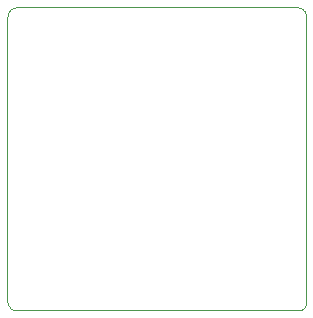
<source format=gko>
G75*
G70*
%OFA0B0*%
%FSLAX24Y24*%
%IPPOS*%
%LPD*%
%AMOC8*
5,1,8,0,0,1.08239X$1,22.5*
%
%ADD10C,0.0000*%
D10*
X002593Y000433D02*
X002593Y009934D01*
X002594Y009966D01*
X002598Y009998D01*
X002606Y010029D01*
X002616Y010060D01*
X002630Y010089D01*
X002647Y010116D01*
X002667Y010142D01*
X002689Y010165D01*
X002713Y010186D01*
X002740Y010205D01*
X002768Y010220D01*
X002798Y010232D01*
X002829Y010241D01*
X002861Y010247D01*
X002893Y010250D01*
X012260Y010250D01*
X012292Y010248D01*
X012323Y010243D01*
X012353Y010234D01*
X012383Y010222D01*
X012411Y010207D01*
X012436Y010188D01*
X012460Y010167D01*
X012481Y010143D01*
X012500Y010118D01*
X012515Y010090D01*
X012527Y010060D01*
X012536Y010030D01*
X012541Y009999D01*
X012543Y009967D01*
X012543Y000433D01*
X012544Y000402D01*
X012541Y000371D01*
X012535Y000340D01*
X012525Y000310D01*
X012511Y000282D01*
X012495Y000256D01*
X012475Y000232D01*
X012452Y000210D01*
X012427Y000191D01*
X012400Y000176D01*
X012371Y000164D01*
X012341Y000155D01*
X012310Y000150D01*
X002926Y000150D01*
X002894Y000149D01*
X002861Y000152D01*
X002830Y000157D01*
X002799Y000166D01*
X002769Y000179D01*
X002740Y000194D01*
X002714Y000212D01*
X002689Y000233D01*
X002667Y000257D01*
X002647Y000282D01*
X002630Y000310D01*
X002616Y000339D01*
X002605Y000370D01*
X002597Y000401D01*
X002593Y000433D01*
M02*

</source>
